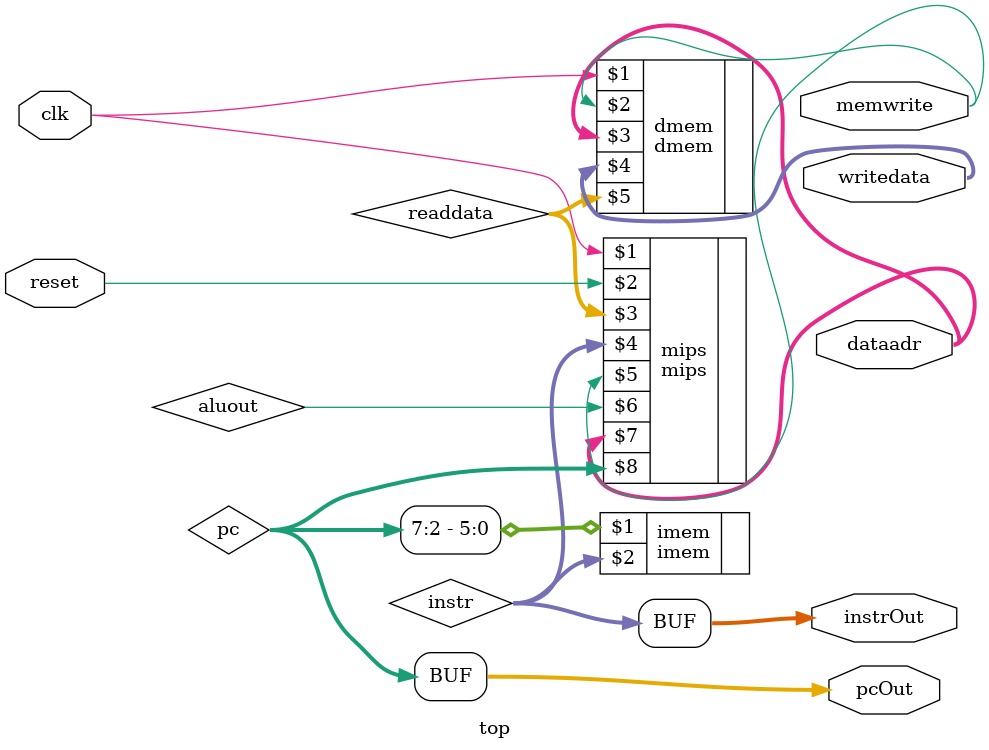
<source format=sv>
`timescale 1ns / 1ps
module top(input logic clk, reset,            
	     output logic[31:0] writedata, dataadr, pcOut, instrOut,           
	     output logic memwrite);  

   logic[31:0] readdata, pc, instr;
   
   always_comb
   	begin
   		pcOut <= pc;
   		instrOut <= instr;
   	end
   	

   // instantiate processor and memories  
   mips mips(clk, reset, readdata, instr, memwrite, aluout, dataadr, pc);  
   imem imem(pc[7:2], instr);  
   dmem dmem(clk, memwrite, dataadr, writedata, readdata);

endmodule
</source>
